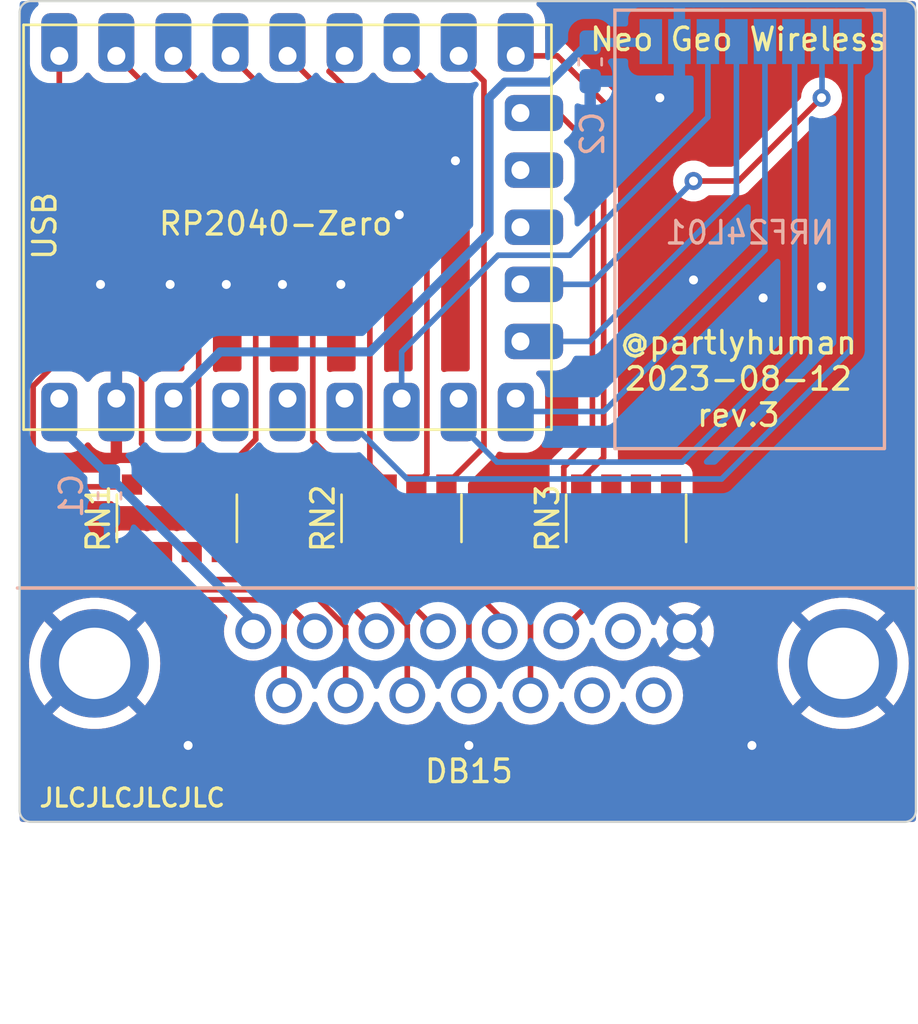
<source format=kicad_pcb>
(kicad_pcb (version 20221018) (generator pcbnew)
  (title_block (title "Neo Geo Wireless Receiver") (date "2023-08-12") (rev "3") (company "@partlyhuman"))
  (layers (0 "F.Cu" signal) (31 "B.Cu" signal) (34 "B.Paste" user) (35 "F.Paste" user) (36 "B.SilkS" user "B.Silkscreen") (37 "F.SilkS" user "F.Silkscreen") (38 "B.Mask" user) (39 "F.Mask" user) (44 "Edge.Cuts" user))
  (net 0 "")
  (net 2 "/VCC")
  (net 3 "/DD")
  (net 4 "/DR")
  (net 5 "/BB")
  (net 6 "/BD")
  (net 7 "/SEL")
  (net 9 "/DU")
  (net 10 "/DL")
  (net 11 "/BA")
  (net 12 "/BC")
  (net 13 "/STA")
  (net 14 "/MISO")
  (net 15 "/CS")
  (net 16 "/SCK")
  (net 17 "/MOSI")
  (net 18 "/CE")
  (net 19 "/IRQ")
  (net 21 "/3V3")
  (net 24 "GND")
  (net 31 "/SEL_IN")
  (net 32 "/BD_IN")
  (net 33 "/BB_IN")
  (net 34 "/DR_IN")
  (net 35 "/DD_IN")
  (net 36 "/STA_IN")
  (net 37 "/BC_IN")
  (net 38 "/BA_IN")
  (net 39 "/DL_IN")
  (net 40 "/DU_IN")
  (footprint "RP2040Zero:RP2040-Zero" (layer "F.Cu") (at 104.625 77.215 90)
    (fp_text reference "U1")
    (fp_text value "RP2040-Zero" (at 10.315 -13.225 unlocked) (layer "F.SilkS"))
    (fp_line (start 1.16 -24.45) (end 1.16 -0.95) (stroke (width 0.12)) (layer "F.SilkS"))
    (fp_line (start 1.16 -0.95) (end 19.16 -0.95) (stroke (width 0.12)) (layer "F.SilkS"))
    (fp_line (start 19.16 -24.45) (end 1.16 -24.45) (stroke (width 0.12)) (layer "F.SilkS"))
    (fp_line (start 19.16 -0.95) (end 19.16 -24.45) (stroke (width 0.12)) (layer "F.SilkS"))
    (pad "1" thru_hole roundrect (at 17.78 -22.86 90) (size 2.6 1.6) (drill 0.8 (offset 0.6 0)) (layers "*.Cu" "*.Mask") (net 9 "/DU"))
    (pad "2" thru_hole roundrect (at 17.78 -20.32 90) (size 2.6 1.6) (drill 0.8 (offset 0.6 0)) (layers "*.Cu" "*.Mask") (net 3 "/DD"))
    (pad "3" thru_hole roundrect (at 17.78 -17.78 90) (size 2.6 1.6) (drill 0.8 (offset 0.6 0)) (layers "*.Cu" "*.Mask") (net 10 "/DL"))
    (pad "4" thru_hole roundrect (at 17.78 -15.24 90) (size 2.6 1.6) (drill 0.8 (offset 0.6 0)) (layers "*.Cu" "*.Mask") (net 4 "/DR"))
    (pad "5" thru_hole roundrect (at 17.78 -12.7 90) (size 2.6 1.6) (drill 0.8 (offset 0.6 0)) (layers "*.Cu" "*.Mask") (net 11 "/BA"))
    (pad "6" thru_hole roundrect (at 17.78 -10.16 90) (size 2.6 1.6002) (drill 0.8 (offset 0.6 0)) (layers "*.Cu" "*.Mask") (net 5 "/BB"))
    (pad "7" thru_hole roundrect (at 17.78 -7.62 90) (size 2.6 1.6002) (drill 0.8 (offset 0.6 0)) (layers "*.Cu" "*.Mask") (net 12 "/BC"))
    (pad "8" thru_hole roundrect (at 17.78 -5.08 90) (size 2.6 1.6002) (drill 0.8 (offset 0.6 0)) (layers "*.Cu" "*.Mask") (net 6 "/BD"))
    (pad "9" thru_hole roundrect (at 17.78 -2.54 90) (size 2.6 1.6002) (drill 0.8 (offset 0.6 0)) (layers "*.Cu" "*.Mask") (net 13 "/STA"))
    (pad "10" thru_hole roundrect (at 15.24 -2.33 90) (size 1.6 2.6) (drill 0.8 (offset 0 0.6)) (layers "*.Cu" "*.Mask") (net 7 "/SEL"))
    (pad "11" thru_hole roundrect (at 12.7 -2.33 90) (size 1.5748 2.6) (drill 0.8 (offset 0 0.6)) (layers "*.Cu" "*.Mask"))
    (pad "12" thru_hole roundrect (at 10.16 -2.33 90) (size 1.5748 2.6) (drill 0.8 (offset 0 0.6)) (layers "*.Cu" "*.Mask"))
    (pad "13" thru_hole roundrect (at 7.62 -2.33 90) (size 1.5748 2.6) (drill 0.8 (offset 0 0.6)) (layers "*.Cu" "*.Mask") (net 14 "/MISO"))
    (pad "14" thru_hole roundrect (at 5.08 -2.33 90) (size 1.5748 2.6) (drill 0.8 (offset 0 0.6)) (layers "*.Cu" "*.Mask") (net 15 "/CS"))
    (pad "15" thru_hole roundrect (at 2.54 -2.54 90) (size 2.6 1.6002) (drill 0.8 (offset -0.6 0)) (layers "*.Cu" "*.Mask") (net 16 "/SCK"))
    (pad "16" thru_hole roundrect (at 2.54 -5.08 90) (size 2.6 1.6002) (drill 0.8 (offset -0.6 0)) (layers "*.Cu" "*.Mask") (net 17 "/MOSI"))
    (pad "17" thru_hole roundrect (at 2.54 -7.62 90) (size 2.6 1.6002) (drill 0.8 (offset -0.6 0)) (layers "*.Cu" "*.Mask") (net 18 "/CE"))
    (pad "18" thru_hole roundrect (at 2.54 -10.16 90) (size 2.6 1.6002) (drill 0.8 (offset -0.6 0)) (layers "*.Cu" "*.Mask") (net 19 "/IRQ"))
    (pad "19" thru_hole roundrect (at 2.54 -12.7 90) (size 2.6 1.6002) (drill 0.8 (offset -0.6 0)) (layers "*.Cu" "*.Mask"))
    (pad "20" thru_hole roundrect (at 2.54 -15.24 90) (size 2.6 1.6002) (drill 0.8 (offset -0.6 0)) (layers "*.Cu" "*.Mask"))
    (pad "21" thru_hole roundrect (at 2.54 -17.78 90) (size 2.6 1.6002) (drill 0.8 (offset -0.6 0)) (layers "*.Cu" "*.Mask") (net 21 "/3V3"))
    (pad "22" thru_hole roundrect (at 2.54 -20.32 90) (size 2.6 1.6002) (drill 0.8 (offset -0.6 0)) (layers "*.Cu" "*.Mask") (net 24 "GND"))
    (pad "23" thru_hole roundrect (at 2.54 -22.86 90) (size 2.6 1.6002) (drill 0.8 (offset -0.6 0)) (layers "*.Cu" "*.Mask") (net 2 "/VCC"))
  )
  (footprint "DB15:TE_Connectivity-5747845-5-0-0-MFG" (layer "F.Cu") (at 100 92.75 180)
    (fp_text reference "J1" hide)
    (fp_text value "DB15_F" hide)
    (pad "0" thru_hole circle (at -16.6624 6.2992 180) (size 4.825 4.825) (drill 3.175) (layers "*.Cu" "*.Mask") (net 24 "GND"))
    (pad "0" thru_hole circle (at 16.6624 6.2992 180) (size 4.825 4.825) (drill 3.175) (layers "*.Cu" "*.Mask") (net 24 "GND"))
    (pad "1" thru_hole circle (at -9.601192 7.7216 180) (size 1.591397 1.591397) (drill 1.0414) (layers "*.Cu" "*.Mask") (net 24 "GND"))
    (pad "2" thru_hole circle (at -6.857993 7.7216 180) (size 1.591397 1.591397) (drill 1.0414) (layers "*.Cu" "*.Mask"))
    (pad "3" thru_hole circle (at -4.114794 7.7216 180) (size 1.591397 1.591397) (drill 1.0414) (layers "*.Cu" "*.Mask") (net 31 "/SEL_IN"))
    (pad "4" thru_hole circle (at -1.371595 7.7216 180) (size 1.591397 1.591397) (drill 1.0414) (layers "*.Cu" "*.Mask") (net 32 "/BD_IN"))
    (pad "5" thru_hole circle (at 1.371604 7.7216 180) (size 1.591397 1.591397) (drill 1.0414) (layers "*.Cu" "*.Mask") (net 33 "/BB_IN"))
    (pad "6" thru_hole circle (at 4.114803 7.7216 180) (size 1.591397 1.591397) (drill 1.0414) (layers "*.Cu" "*.Mask") (net 34 "/DR_IN"))
    (pad "7" thru_hole circle (at 6.858002 7.7216 180) (size 1.591397 1.591397) (drill 1.0414) (layers "*.Cu" "*.Mask") (net 35 "/DD_IN"))
    (pad "8" thru_hole circle (at 9.601201 7.7216 180) (size 1.591397 1.591397) (drill 1.0414) (layers "*.Cu" "*.Mask") (net 2 "/VCC"))
    (pad "9" thru_hole circle (at -8.2296 4.8768 180) (size 1.591397 1.591397) (drill 1.0414) (layers "*.Cu" "*.Mask"))
    (pad "10" thru_hole circle (at -5.486401 4.8768 180) (size 1.591397 1.591397) (drill 1.0414) (layers "*.Cu" "*.Mask"))
    (pad "11" thru_hole circle (at -2.743202 4.8768 180) (size 1.591397 1.591397) (drill 1.0414) (layers "*.Cu" "*.Mask") (net 36 "/STA_IN"))
    (pad "12" thru_hole circle (at -0.000003 4.8768 180) (size 1.591397 1.591397) (drill 1.0414) (layers "*.Cu" "*.Mask") (net 37 "/BC_IN"))
    (pad "13" thru_hole circle (at 2.743196 4.8768 180) (size 1.591397 1.591397) (drill 1.0414) (layers "*.Cu" "*.Mask") (net 38 "/BA_IN"))
    (pad "14" thru_hole circle (at 5.486395 4.8768 180) (size 1.591397 1.591397) (drill 1.0414) (layers "*.Cu" "*.Mask") (net 39 "/DL_IN"))
    (pad "15" thru_hole circle (at 8.229594 4.8768 180) (size 1.591397 1.591397) (drill 1.0414) (layers "*.Cu" "*.Mask") (net 40 "/DU_IN"))
  )
  (footprint "Resistor_SMD:R_Array_Convex_4x1206" (layer "F.Cu") (at 97 80 90)
    (fp_text reference "RN2" (at 0 -3.5 90) (layer "F.SilkS"))
    (fp_text value "R_Pack04")
    (fp_line (start 1.05 -2.67) (end -1.05 -2.67) (stroke (width 0.12)) (layer "F.SilkS"))
    (fp_line (start 1.05 2.67) (end -1.05 2.67) (stroke (width 0.12)) (layer "F.SilkS"))
    (pad "1" smd rect (at -1.5 -2 90) (size 0.9 0.9) (layers "F.Cu" "F.Paste" "F.Mask") (net 38 "/BA_IN"))
    (pad "2" smd rect (at -1.5 -0.66 90) (size 0.9 0.9) (layers "F.Cu" "F.Paste" "F.Mask") (net 33 "/BB_IN"))
    (pad "3" smd rect (at -1.5 0.66 90) (size 0.9 0.9) (layers "F.Cu" "F.Paste" "F.Mask") (net 37 "/BC_IN"))
    (pad "4" smd rect (at -1.5 2 90) (size 0.9 0.9) (layers "F.Cu" "F.Paste" "F.Mask") (net 32 "/BD_IN"))
    (pad "5" smd rect (at 1.5 2 90) (size 0.9 0.9) (layers "F.Cu" "F.Paste" "F.Mask") (net 6 "/BD"))
    (pad "6" smd rect (at 1.5 0.66 90) (size 0.9 0.9) (layers "F.Cu" "F.Paste" "F.Mask") (net 12 "/BC"))
    (pad "7" smd rect (at 1.5 -0.66 90) (size 0.9 0.9) (layers "F.Cu" "F.Paste" "F.Mask") (net 5 "/BB"))
    (pad "8" smd rect (at 1.5 -2 90) (size 0.9 0.9) (layers "F.Cu" "F.Paste" "F.Mask") (net 11 "/BA"))
  )
  (footprint "Resistor_SMD:R_Array_Convex_4x1206" (layer "F.Cu") (at 107 80 90)
    (fp_text reference "RN3" (at 0 -3.5 90) (layer "F.SilkS"))
    (fp_text value "R_Pack04")
    (fp_line (start 1.05 -2.67) (end -1.05 -2.67) (stroke (width 0.12)) (layer "F.SilkS"))
    (fp_line (start 1.05 2.67) (end -1.05 2.67) (stroke (width 0.12)) (layer "F.SilkS"))
    (pad "1" smd rect (at -1.5 -2 90) (size 0.9 0.9) (layers "F.Cu" "F.Paste" "F.Mask") (net 36 "/STA_IN"))
    (pad "2" smd rect (at -1.5 -0.66 90) (size 0.9 0.9) (layers "F.Cu" "F.Paste" "F.Mask") (net 31 "/SEL_IN"))
    (pad "3" smd rect (at -1.5 0.66 90) (size 0.9 0.9) (layers "F.Cu" "F.Paste" "F.Mask"))
    (pad "4" smd rect (at -1.5 2 90) (size 0.9 0.9) (layers "F.Cu" "F.Paste" "F.Mask"))
    (pad "5" smd rect (at 1.5 2 90) (size 0.9 0.9) (layers "F.Cu" "F.Paste" "F.Mask"))
    (pad "6" smd rect (at 1.5 0.66 90) (size 0.9 0.9) (layers "F.Cu" "F.Paste" "F.Mask"))
    (pad "7" smd rect (at 1.5 -0.66 90) (size 0.9 0.9) (layers "F.Cu" "F.Paste" "F.Mask") (net 7 "/SEL"))
    (pad "8" smd rect (at 1.5 -2 90) (size 0.9 0.9) (layers "F.Cu" "F.Paste" "F.Mask") (net 13 "/STA"))
  )
  (footprint "Resistor_SMD:R_Array_Convex_4x1206" (layer "F.Cu") (at 87 80 90)
    (fp_text reference "RN1" (at 0 -3.5 90) (layer "F.SilkS"))
    (fp_text value "R_Pack04")
    (fp_line (start 1.05 -2.67) (end -1.05 -2.67) (stroke (width 0.12)) (layer "F.SilkS"))
    (fp_line (start 1.05 2.67) (end -1.05 2.67) (stroke (width 0.12)) (layer "F.SilkS"))
    (pad "1" smd rect (at -1.5 -2 90) (size 0.9 0.9) (layers "F.Cu" "F.Paste" "F.Mask") (net 40 "/DU_IN"))
    (pad "2" smd rect (at -1.5 -0.66 90) (size 0.9 0.9) (layers "F.Cu" "F.Paste" "F.Mask") (net 35 "/DD_IN"))
    (pad "3" smd rect (at -1.5 0.66 90) (size 0.9 0.9) (layers "F.Cu" "F.Paste" "F.Mask") (net 39 "/DL_IN"))
    (pad "4" smd rect (at -1.5 2 90) (size 0.9 0.9) (layers "F.Cu" "F.Paste" "F.Mask") (net 34 "/DR_IN"))
    (pad "5" smd rect (at 1.5 2 90) (size 0.9 0.9) (layers "F.Cu" "F.Paste" "F.Mask") (net 4 "/DR"))
    (pad "6" smd rect (at 1.5 0.66 90) (size 0.9 0.9) (layers "F.Cu" "F.Paste" "F.Mask") (net 10 "/DL"))
    (pad "7" smd rect (at 1.5 -0.66 90) (size 0.9 0.9) (layers "F.Cu" "F.Paste" "F.Mask") (net 3 "/DD"))
    (pad "8" smd rect (at 1.5 -2 90) (size 0.9 0.9) (layers "F.Cu" "F.Paste" "F.Mask") (net 9 "/DU"))
  )
  (footprint "NRF24L01:NRF24L01-SMD" (layer "B.Cu") (at 112.5 67.5)
    (fp_text reference "U2")
    (fp_text value "NRF24L01" (at 0 -0.2 unlocked) (layer "B.SilkS") (effects (justify mirror)))
    (pad "1" smd rect (at -3.13 -8.7) (size 1 2) (layers "B.Cu" "B.Paste" "B.Mask") (net 24 "GND"))
    (pad "2" smd rect (at -4.4 -8.7) (size 1 2) (layers "B.Cu" "B.Paste" "B.Mask") (net 21 "/3V3"))
    (pad "3" smd rect (at -1.86 -8.7) (size 1 2) (layers "B.Cu" "B.Paste" "B.Mask") (net 18 "/CE"))
    (pad "4" smd rect (at -0.59 -8.7) (size 1 2) (layers "B.Cu" "B.Paste" "B.Mask") (net 15 "/CS"))
    (pad "5" smd rect (at 0.68 -8.7) (size 1 2) (layers "B.Cu" "B.Paste" "B.Mask") (net 16 "/SCK"))
    (pad "6" smd rect (at 1.95 -8.7) (size 1 2) (layers "B.Cu" "B.Paste" "B.Mask") (net 17 "/MOSI"))
    (pad "7" smd rect (at 3.22 -8.7) (size 1 2) (layers "B.Cu" "B.Paste" "B.Mask") (net 14 "/MISO"))
    (pad "8" smd rect (at 4.49 -8.7) (size 1 2) (layers "B.Cu" "B.Paste" "B.Mask") (net 19 "/IRQ"))
  )
  (footprint "Capacitor_SMD:C_0603_1608Metric_Pad1.08x0.95mm_HandSolder" (layer "B.Cu") (at 105.4 59.7 -90)
    (fp_text reference "C2" (at 3.2 -0.1 90) (layer "B.SilkS") (effects (justify mirror)))
    (fp_text value "0.1uF")
    (fp_line (start -0.146267 -0.51) (end 0.146267 -0.51) (stroke (width 0.12)) (layer "B.SilkS"))
    (fp_line (start -0.146267 0.51) (end 0.146267 0.51) (stroke (width 0.12)) (layer "B.SilkS"))
    (pad "1" smd roundrect (at -0.8625 0 270) (size 1.075 0.95) (layers "B.Cu" "B.Paste" "B.Mask") (net 21 "/3V3"))
    (pad "2" smd roundrect (at 0.8625 0 270) (size 1.075 0.95) (layers "B.Cu" "B.Paste" "B.Mask") (net 24 "GND"))
  )
  (footprint "Capacitor_SMD:C_0603_1608Metric_Pad1.08x0.95mm_HandSolder" (layer "B.Cu") (at 84 79 -90)
    (fp_text reference "C1" (at 0 1.7 90) (layer "B.SilkS") (effects (justify mirror)))
    (fp_text value "0.1uF")
    (fp_line (start -0.146267 -0.51) (end 0.146267 -0.51) (stroke (width 0.12)) (layer "B.SilkS"))
    (fp_line (start -0.146267 0.51) (end 0.146267 0.51) (stroke (width 0.12)) (layer "B.SilkS"))
    (pad "1" smd roundrect (at -0.8625 0 270) (size 1.075 0.95) (layers "B.Cu" "B.Paste" "B.Mask") (net 2 "/VCC"))
    (pad "2" smd roundrect (at 0.8625 0 270) (size 1.075 0.95) (layers "B.Cu" "B.Paste" "B.Mask") (net 24 "GND"))
  )
  (gr_line (start 119.9 83.1) (end 79.9 83.1) (stroke (width 0.15)) (layer "B.SilkS"))
  (gr_rect (start 106.5 57.4) (end 118.5 76.9) (stroke (width 0.15)) (fill none) (layer "B.SilkS"))
  (gr_line (start 80 83.1) (end 119.9 83.1) (stroke (width 0.15)) (layer "F.SilkS"))
  (gr_arc (start 119.4 57) (mid 119.753553 57.146447) (end 119.9 57.5) (stroke (width 0.1)) (layer "Edge.Cuts"))
  (gr_line (start 119.9 57.5) (end 119.9 93) (stroke (width 0.1)) (layer "Edge.Cuts"))
  (gr_arc (start 80 57.5) (mid 80.146447 57.146447) (end 80.5 57) (stroke (width 0.1)) (layer "Edge.Cuts"))
  (gr_arc (start 119.9 93) (mid 119.753553 93.353553) (end 119.4 93.5) (stroke (width 0.1)) (layer "Edge.Cuts"))
  (gr_arc (start 80.5 93.5) (mid 80.146447 93.353553) (end 80 93) (stroke (width 0.1)) (layer "Edge.Cuts"))
  (gr_line (start 80 93) (end 80 57.5) (stroke (width 0.1)) (layer "Edge.Cuts"))
  (gr_line (start 119.4 93.5) (end 80.5 93.5) (stroke (width 0.1)) (layer "Edge.Cuts"))
  (gr_line (start 80.5 57) (end 119.4 57) (stroke (width 0.1)) (layer "Edge.Cuts"))
  (gr_text "DB15" (at 100 91.25) (layer "F.SilkS") (effects (font (size 1 1))))
  (gr_text "${COMPANY}\n${ISSUE_DATE}\nrev.${REVISION}" (at 112 73.8) (layer "F.SilkS") (effects (font (size 1 1))))
  (gr_text "JLCJLCJLCJLC" (at 80.8 92.9) (layer "F.SilkS") (effects (font (size 0.8 0.8)) (justify left bottom)))
  (gr_text "USB" (at 81.7 67 90) (layer "F.SilkS") (effects (font (size 1 1)) (justify bottom)))
  (gr_text "Neo Geo Wireless" (at 112 58.7) (layer "F.SilkS") (effects (font (size 1 1))))
  (segment (start 81.765 75.9025) (end 84 78.1375) (width 0.4) (layer "B.Cu") (net 2))
  (segment (start 81.765 74.675) (end 81.765 75.9025) (width 0.4) (layer "B.Cu") (net 2))
  (segment (start 90.398799 84.536299) (end 90.398799 85.0284) (width 0.4) (layer "B.Cu") (net 2))
  (segment (start 84 78.1375) (end 90.398799 84.536299) (width 0.4) (layer "B.Cu") (net 2))
  (segment (start 84.305 59.435) (end 85.4301 60.5601) (width 0.25) (layer "F.Cu") (net 3))
  (segment (start 85.4301 60.5601) (end 85.4301 76.6799) (width 0.25) (layer "F.Cu") (net 3))
  (segment (start 85.4301 76.6799) (end 86.34 77.5898) (width 0.25) (layer "F.Cu") (net 3))
  (segment (start 86.34 77.5898) (end 86.34 78.5) (width 0.25) (layer "F.Cu") (net 3))
  (segment (start 89.385 59.435) (end 90.5101 60.5601) (width 0.25) (layer "F.Cu") (net 4))
  (segment (start 89 78) (end 89 78.5) (width 0.25) (layer "F.Cu") (net 4))
  (segment (start 90.5101 76.4899) (end 89 78) (width 0.25) (layer "F.Cu") (net 4))
  (segment (start 90.5101 60.5601) (end 90.5101 76.4899) (width 0.25) (layer "F.Cu") (net 4))
  (segment (start 93.775 60.125) (end 95.5901 61.9401) (width 0.25) (layer "F.Cu") (net 5))
  (segment (start 95.5901 77.6349) (end 96.34 78.3848) (width 0.25) (layer "F.Cu") (net 5))
  (segment (start 94.465 59.435) (end 93.775 60.125) (width 0.25) (layer "F.Cu") (net 5))
  (segment (start 96.34 78.3848) (end 96.34 78.5) (width 0.25) (layer "F.Cu") (net 5))
  (segment (start 95.5901 61.9401) (end 95.5901 77.6349) (width 0.25) (layer "F.Cu") (net 5))
  (segment (start 99.545 59.435) (end 100.6701 60.5601) (width 0.25) (layer "F.Cu") (net 6))
  (segment (start 100.6701 76.8299) (end 99 78.5) (width 0.25) (layer "F.Cu") (net 6))
  (segment (start 100.6701 60.5601) (end 100.6701 76.8299) (width 0.25) (layer "F.Cu") (net 6))
  (segment (start 103.975 61.975) (end 102.295 61.975) (width 0.25) (layer "F.Cu") (net 7))
  (segment (start 104.225 79.275) (end 104.225 77.725) (width 0.25) (layer "F.Cu") (net 7))
  (segment (start 104.225 77.725) (end 105.5 76.45) (width 0.25) (layer "F.Cu") (net 7))
  (segment (start 106.34 78.71) (end 105.775 79.275) (width 0.25) (layer "F.Cu") (net 7))
  (segment (start 105.775 79.275) (end 104.225 79.275) (width 0.25) (layer "F.Cu") (net 7))
  (segment (start 106.34 78.5) (end 106.34 78.71) (width 0.25) (layer "F.Cu") (net 7))
  (segment (start 105.5 63.5) (end 103.975 61.975) (width 0.25) (layer "F.Cu") (net 7))
  (segment (start 105.5 76.45) (end 105.5 63.5) (width 0.25) (layer "F.Cu") (net 7))
  (segment (start 81.765 72.949624) (end 80.6 74.114624) (width 0.25) (layer "F.Cu") (net 9))
  (segment (start 80.6 77.6) (end 81.6 78.6) (width 0.25) (layer "F.Cu") (net 9))
  (segment (start 81.765 59.435) (end 81.765 72.949624) (width 0.25) (layer "F.Cu") (net 9))
  (segment (start 81.6 78.6) (end 84.9 78.6) (width 0.25) (layer "F.Cu") (net 9))
  (segment (start 80.6 74.114624) (end 80.6 77.6) (width 0.25) (layer "F.Cu") (net 9))
  (segment (start 84.9 78.6) (end 85 78.5) (width 0.25) (layer "F.Cu") (net 9))
  (segment (start 86.845 59.435) (end 87.9701 60.5601) (width 0.25) (layer "F.Cu") (net 10))
  (segment (start 87.9701 77.4299) (end 87.66 77.74) (width 0.25) (layer "F.Cu") (net 10))
  (segment (start 87.9701 60.5601) (end 87.9701 77.4299) (width 0.25) (layer "F.Cu") (net 10))
  (segment (start 87.66 77.74) (end 87.66 78.5) (width 0.25) (layer "F.Cu") (net 10))
  (segment (start 91.925 59.435) (end 93.0501 60.5601) (width 0.25) (layer "F.Cu") (net 11))
  (segment (start 93.0501 60.5601) (end 93.0501 76.5501) (width 0.25) (layer "F.Cu") (net 11))
  (segment (start 93.0501 76.5501) (end 95 78.5) (width 0.25) (layer "F.Cu") (net 11))
  (segment (start 98.1301 78.0299) (end 97.66 78.5) (width 0.25) (layer "F.Cu") (net 12))
  (segment (start 98.1301 60.5601) (end 98.1301 78.0299) (width 0.25) (layer "F.Cu") (net 12))
  (segment (start 97.005 59.435) (end 98.1301 60.5601) (width 0.25) (layer "F.Cu") (net 12))
  (segment (start 103.935 59.435) (end 106 61.5) (width 0.25) (layer "F.Cu") (net 13))
  (segment (start 106 77.29) (end 105 78.29) (width 0.25) (layer "F.Cu") (net 13))
  (segment (start 102.085 59.435) (end 103.935 59.435) (width 0.25) (layer "F.Cu") (net 13))
  (segment (start 105 78.29) (end 105 78.5) (width 0.25) (layer "F.Cu") (net 13))
  (segment (start 106 61.5) (end 106 77.29) (width 0.25) (layer "F.Cu") (net 13))
  (segment (start 112 65) (end 115.7 61.3) (width 0.25) (layer "F.Cu") (net 14))
  (segment (start 110 65) (end 112 65) (width 0.25) (layer "F.Cu") (net 14))
  (via (at 110 65) (size 0.8) (drill 0.4) (layers "F.Cu" "B.Cu") (net 14))
  (via (at 115.7 61.3) (size 0.8) (drill 0.4) (layers "F.Cu" "B.Cu") (net 14))
  (segment (start 115.72 61.28) (end 115.72 58.8) (width 0.25) (layer "B.Cu") (net 14))
  (segment (start 115.7 61.3) (end 115.72 61.28) (width 0.25) (layer "B.Cu") (net 14))
  (segment (start 102.295 69.595) (end 105.405 69.595) (width 0.25) (layer "B.Cu") (net 14))
  (segment (start 105.405 69.595) (end 110 65) (width 0.25) (layer "B.Cu") (net 14))
  (segment (start 111.91 58.8) (end 111.91 65.59) (width 0.25) (layer "B.Cu") (net 15))
  (segment (start 111.91 65.59) (end 105.365 72.135) (width 0.25) (layer "B.Cu") (net 15))
  (segment (start 105.365 72.135) (end 102.295 72.135) (width 0.25) (layer "B.Cu") (net 15))
  (segment (start 102.66 75.25) (end 102.085 74.675) (width 0.25) (layer "B.Cu") (net 16))
  (segment (start 113.18 68.07) (end 106 75.25) (width 0.25) (layer "B.Cu") (net 16))
  (segment (start 106 75.25) (end 102.66 75.25) (width 0.25) (layer "B.Cu") (net 16))
  (segment (start 113.18 58.8) (end 113.18 68.07) (width 0.25) (layer "B.Cu") (net 16))
  (segment (start 99.545 75.795) (end 99.545 74.675) (width 0.25) (layer "B.Cu") (net 17))
  (segment (start 109.5 77.5) (end 101.25 77.5) (width 0.25) (layer "B.Cu") (net 17))
  (segment (start 114.5 72.5) (end 109.5 77.5) (width 0.25) (layer "B.Cu") (net 17))
  (segment (start 101.25 77.5) (end 99.545 75.795) (width 0.25) (layer "B.Cu") (net 17))
  (segment (start 114.5 58.85) (end 114.5 72.5) (width 0.25) (layer "B.Cu") (net 17))
  (segment (start 114.45 58.8) (end 114.5 58.85) (width 0.25) (layer "B.Cu") (net 17))
  (segment (start 110.64 62.16) (end 104.5 68.3) (width 0.25) (layer "B.Cu") (net 18))
  (segment (start 101.3 68.3) (end 97.005 72.595) (width 0.25) (layer "B.Cu") (net 18))
  (segment (start 97.005 72.595) (end 97.005 74.675) (width 0.25) (layer "B.Cu") (net 18))
  (segment (start 110.64 58.8) (end 110.64 62.16) (width 0.25) (layer "B.Cu") (net 18))
  (segment (start 104.5 68.3) (end 101.3 68.3) (width 0.25) (layer "B.Cu") (net 18))
  (segment (start 116.99 58.8) (end 116.99 72.51) (width 0.25) (layer "B.Cu") (net 19))
  (segment (start 116.99 72.51) (end 111.25 78.25) (width 0.25) (layer "B.Cu") (net 19))
  (segment (start 94.465 75.465) (end 94.465 74.675) (width 0.25) (layer "B.Cu") (net 19))
  (segment (start 97.25 78.25) (end 94.465 75.465) (width 0.25) (layer "B.Cu") (net 19))
  (segment (start 111.25 78.25) (end 97.25 78.25) (width 0.25) (layer "B.Cu") (net 19))
  (segment (start 101.6 60.6) (end 103.6 60.6) (width 0.4) (layer "B.Cu") (net 21))
  (segment (start 86.845 74.675) (end 88.92 72.6) (width 0.4) (layer "B.Cu") (net 21))
  (segment (start 105.4 58.8375) (end 108.0625 58.8375) (width 0.4) (layer "B.Cu") (net 21))
  (segment (start 100.9 61.3) (end 101.6 60.6) (width 0.4) (layer "B.Cu") (net 21))
  (segment (start 103.6 60.6) (end 105.3625 58.8375) (width 0.4) (layer "B.Cu") (net 21))
  (segment (start 88.92 72.6) (end 95.6 72.6) (width 0.4) (layer "B.Cu") (net 21))
  (segment (start 100.9 67.3) (end 100.9 61.3) (width 0.4) (layer "B.Cu") (net 21))
  (segment (start 108.0625 58.8375) (end 108.1 58.8) (width 0.4) (layer "B.Cu") (net 21))
  (segment (start 95.6 72.6) (end 100.9 67.3) (width 0.4) (layer "B.Cu") (net 21))
  (segment (start 105.3625 58.8375) (end 105.4 58.8375) (width 0.4) (layer "B.Cu") (net 21))
  (via (at 115.7 69.7) (size 0.8) (drill 0.4) (layers "F.Cu" "B.Cu") (net 24))
  (via (at 83.6 69.6) (size 0.8) (drill 0.4) (layers "F.Cu" "B.Cu") (net 24))
  (via (at 86.7 69.6) (size 0.8) (drill 0.4) (layers "F.Cu" "B.Cu") (net 24))
  (via (at 96.9 66.5) (size 0.8) (drill 0.4) (layers "F.Cu" "B.Cu") (net 24))
  (via (at 87.5 90.1) (size 0.8) (drill 0.4) (layers "F.Cu" "B.Cu") (net 24))
  (via (at 108.5 61.3) (size 0.8) (drill 0.4) (layers "F.Cu" "B.Cu") (net 24))
  (via (at 100 90.1) (size 0.8) (drill 0.4) (layers "F.Cu" "B.Cu") (net 24))
  (via (at 113.1 70.2) (size 0.8) (drill 0.4) (layers "F.Cu" "B.Cu") (net 24))
  (via (at 110 69.4) (size 0.8) (drill 0.4) (layers "F.Cu" "B.Cu") (net 24))
  (via (at 99.4 64.1) (size 0.8) (drill 0.4) (layers "F.Cu" "B.Cu") (net 24))
  (via (at 112.6 90.1) (size 0.8) (drill 0.4) (layers "F.Cu" "B.Cu") (net 24))
  (via (at 89.2 69.6) (size 0.8) (drill 0.4) (layers "F.Cu" "B.Cu") (net 24))
  (via (at 94.3 69.6) (size 0.8) (drill 0.4) (layers "F.Cu" "B.Cu") (net 24))
  (via (at 91.7 69.6) (size 0.8) (drill 0.4) (layers "F.Cu" "B.Cu") (net 24))
  (segment (start 106.34 81.5) (end 106.34 82.803194) (width 0.25) (layer "F.Cu") (net 31))
  (segment (start 106.34 82.803194) (end 104.114794 85.0284) (width 0.25) (layer "F.Cu") (net 31))
  (segment (start 101.371595 84.371595) (end 101.371595 85.0284) (width 0.25) (layer "F.Cu") (net 32))
  (segment (start 99 81.5) (end 99 82) (width 0.25) (layer "F.Cu") (net 32))
  (segment (start 99 82) (end 101.371595 84.371595) (width 0.25) (layer "F.Cu") (net 32))
  (segment (start 96.34 82.740004) (end 98.628396 85.0284) (width 0.25) (layer "F.Cu") (net 33))
  (segment (start 96.34 81.5) (end 96.34 82.740004) (width 0.25) (layer "F.Cu") (net 33))
  (segment (start 89 81.5) (end 89.775 82.275) (width 0.25) (layer "F.Cu") (net 34))
  (segment (start 93.131797 82.275) (end 95.885197 85.0284) (width 0.25) (layer "F.Cu") (net 34))
  (segment (start 89.775 82.275) (end 93.131797 82.275) (width 0.25) (layer "F.Cu") (net 34))
  (segment (start 87.675 83.175) (end 91.288598 83.175) (width 0.25) (layer "F.Cu") (net 35))
  (segment (start 86.34 81.84) (end 87.675 83.175) (width 0.25) (layer "F.Cu") (net 35))
  (segment (start 86.34 81.5) (end 86.34 81.84) (width 0.25) (layer "F.Cu") (net 35))
  (segment (start 91.288598 83.175) (end 93.141998 85.0284) (width 0.25) (layer "F.Cu") (net 35))
  (segment (start 105 81.5) (end 102.743202 83.756798) (width 0.25) (layer "F.Cu") (net 36))
  (segment (start 102.743202 83.756798) (end 102.743202 87.8732) (width 0.25) (layer "F.Cu") (net 36))
  (segment (start 100.000003 84.313297) (end 100.000003 87.8732) (width 0.25) (layer "F.Cu") (net 37))
  (segment (start 97.66 81.973294) (end 100.000003 84.313297) (width 0.25) (layer "F.Cu") (net 37))
  (segment (start 97.66 81.5) (end 97.66 81.973294) (width 0.25) (layer "F.Cu") (net 37))
  (segment (start 95 82.5) (end 97.256804 84.756804) (width 0.25) (layer "F.Cu") (net 38))
  (segment (start 97.256804 84.756804) (end 97.256804 87.8732) (width 0.25) (layer "F.Cu") (net 38))
  (segment (start 95 81.5) (end 95 82.5) (width 0.25) (layer "F.Cu") (net 38))
  (segment (start 88.675 82.725) (end 92.423505 82.725) (width 0.25) (layer "F.Cu") (net 39))
  (segment (start 87.66 81.71) (end 88.675 82.725) (width 0.25) (layer "F.Cu") (net 39))
  (segment (start 87.66 81.5) (end 87.66 81.71) (width 0.25) (layer "F.Cu") (net 39))
  (segment (start 92.423505 82.725) (end 94.513605 84.8151) (width 0.25) (layer "F.Cu") (net 39))
  (segment (start 94.513605 84.8151) (end 94.513605 87.8732) (width 0.25) (layer "F.Cu") (net 39))
  (segment (start 91.770406 84.395406) (end 91.770406 87.8732) (width 0.25) (layer "F.Cu") (net 40))
  (segment (start 85 81.71) (end 86.915 83.625) (width 0.25) (layer "F.Cu") (net 40))
  (segment (start 85 81.5) (end 85 81.71) (width 0.25) (layer "F.Cu") (net 40))
  (segment (start 91 83.625) (end 91.770406 84.395406) (width 0.25) (layer "F.Cu") (net 40))
  (segment (start 86.915 83.625) (end 91 83.625) (width 0.25) (layer "F.Cu") (net 40))
  (zone (net 24) (net_name "GND") (layers "F&B.Cu") (name "GroundPlane") (connect_pads (clearance 0.508)) (min_thickness 0.254) (fill yes (thermal_gap 0.508) (thermal_bridge_width 0.508))
    (polygon (pts (xy 120 102.5) (xy 80 102.5) (xy 80 57) (xy 120 57)))
  )
)
</source>
